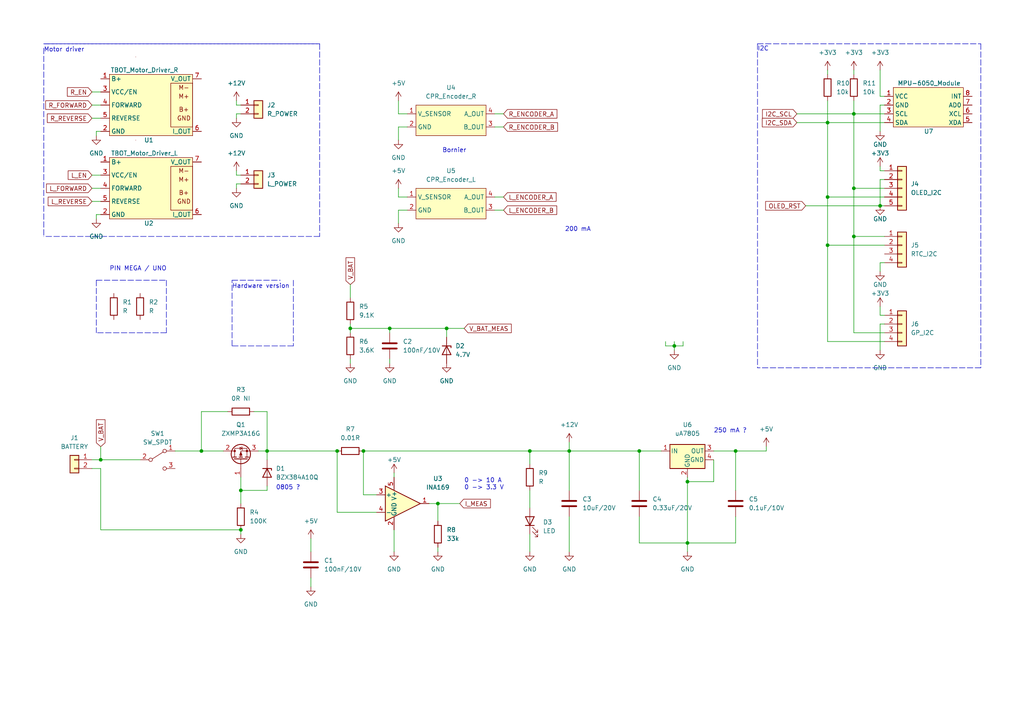
<source format=kicad_sch>
(kicad_sch (version 20211123) (generator eeschema)
  (paper "A4")
  (title_block (title "TBOT main module board") (date "2023-01-26") (rev "1.0") (company "T.JENNY, T.ATEBA"))
  (junction (at 127 146.05))
  (junction (at 199.39 139.7))
  (junction (at 255.27 59.69))
  (junction (at 153.67 130.81))
  (junction (at 97.79 130.81))
  (junction (at 185.42 130.81))
  (junction (at 101.6 95.25))
  (junction (at 240.03 35.56))
  (junction (at 195.58 100.33))
  (junction (at 240.03 57.15))
  (junction (at 77.47 130.81))
  (junction (at 105.41 130.81))
  (junction (at 165.1 130.81))
  (junction (at 358.14 121.92))
  (junction (at 58.42 130.81))
  (junction (at 213.36 130.81))
  (junction (at 113.03 95.25))
  (junction (at 129.54 95.25))
  (junction (at 247.65 33.02))
  (junction (at 29.21 133.35))
  (junction (at 358.14 124.46))
  (junction (at 247.65 54.61))
  (junction (at 69.85 153.67))
  (junction (at 199.39 157.48))
  (junction (at 358.14 119.38))
  (junction (at 358.14 127))
  (junction (at 247.65 68.58))
  (junction (at 240.03 71.12))
  (junction (at 69.85 142.24))
  (wire (pts (xy 26.67 135.89) (xy 29.21 135.89)))
  (wire (pts (xy 118.11 36.83) (xy 115.57 36.83)))
  (polyline (pts (xy 27.94 81.28) (xy 48.26 81.28)))
  (wire (pts (xy 255.27 93.98) (xy 255.27 101.6)))
  (wire (pts (xy 247.65 29.21) (xy 247.65 33.02)))
  (wire (pts (xy 69.85 153.67) (xy 69.85 154.94)))
  (wire (pts (xy 339.09 162.56) (xy 339.09 165.1)))
  (wire (pts (xy 165.1 149.86) (xy 165.1 160.02)))
  (wire (pts (xy 355.6 43.18) (xy 363.22 43.18)))
  (wire (pts (xy 114.3 137.16) (xy 114.3 138.43)))
  (wire (pts (xy 193.04 100.33) (xy 195.58 100.33)))
  (wire (pts (xy 207.01 130.81) (xy 213.36 130.81)))
  (polyline (pts (xy 27.94 81.28) (xy 27.94 96.52)))
  (wire (pts (xy 255.27 20.32) (xy 255.27 27.94)))
  (wire (pts (xy 90.17 167.64) (xy 90.17 170.18)))
  (wire (pts (xy 143.51 33.02) (xy 146.05 33.02)))
  (wire (pts (xy 153.67 142.24) (xy 153.67 147.32)))
  (wire (pts (xy 26.67 54.61) (xy 29.21 54.61)))
  (wire (pts (xy 256.54 71.12) (xy 240.03 71.12)))
  (wire (pts (xy 185.42 130.81) (xy 185.42 142.24)))
  (wire (pts (xy 129.54 95.25) (xy 113.03 95.25)))
  (polyline (pts (xy 284.48 12.7) (xy 284.48 106.68)))
  (polyline (pts (xy 48.26 96.52) (xy 27.94 96.52)))
  (wire (pts (xy 143.51 36.83) (xy 146.05 36.83)))
  (wire (pts (xy 195.58 100.33) (xy 195.58 101.6)))
  (wire (pts (xy 74.93 130.81) (xy 77.47 130.81)))
  (wire (pts (xy 27.94 38.1) (xy 27.94 39.37)))
  (wire (pts (xy 255.27 48.26) (xy 255.27 49.53)))
  (wire (pts (xy 97.79 148.59) (xy 109.22 148.59)))
  (wire (pts (xy 256.54 27.94) (xy 255.27 27.94)))
  (wire (pts (xy 66.04 119.38) (xy 58.42 119.38)))
  (wire (pts (xy 345.44 101.6) (xy 345.44 114.3)))
  (wire (pts (xy 115.57 57.15) (xy 118.11 57.15)))
  (polyline (pts (xy 85.09 81.28) (xy 85.09 100.33)))
  (wire (pts (xy 355.6 55.88) (xy 363.22 55.88)))
  (wire (pts (xy 231.14 33.02) (xy 247.65 33.02)))
  (wire (pts (xy 256.54 52.07) (xy 255.27 52.07)))
  (wire (pts (xy 240.03 71.12) (xy 240.03 99.06)))
  (wire (pts (xy 247.65 33.02) (xy 256.54 33.02)))
  (polyline (pts (xy 12.7 12.7) (xy 92.71 12.7)))
  (wire (pts (xy 153.67 130.81) (xy 165.1 130.81)))
  (wire (pts (xy 358.14 127) (xy 358.14 129.54)))
  (wire (pts (xy 233.68 59.69) (xy 255.27 59.69)))
  (wire (pts (xy 115.57 33.02) (xy 118.11 33.02)))
  (wire (pts (xy 358.14 124.46) (xy 358.14 127)))
  (wire (pts (xy 256.54 99.06) (xy 240.03 99.06)))
  (wire (pts (xy 114.3 153.67) (xy 114.3 160.02)))
  (wire (pts (xy 113.03 95.25) (xy 113.03 96.52)))
  (wire (pts (xy 199.39 157.48) (xy 199.39 160.02)))
  (wire (pts (xy 199.39 139.7) (xy 199.39 157.48)))
  (wire (pts (xy 240.03 29.21) (xy 240.03 35.56)))
  (wire (pts (xy 90.17 156.21) (xy 90.17 160.02)))
  (polyline (pts (xy 85.09 100.33) (xy 67.31 100.33)))
  (wire (pts (xy 256.54 96.52) (xy 247.65 96.52)))
  (wire (pts (xy 113.03 104.14) (xy 113.03 105.41)))
  (wire (pts (xy 26.67 30.48) (xy 29.21 30.48)))
  (wire (pts (xy 129.54 95.25) (xy 129.54 97.79)))
  (wire (pts (xy 68.58 30.48) (xy 69.85 30.48)))
  (wire (pts (xy 101.6 93.98) (xy 101.6 95.25)))
  (wire (pts (xy 363.22 116.84) (xy 358.14 116.84)))
  (wire (pts (xy 199.39 157.48) (xy 213.36 157.48)))
  (wire (pts (xy 68.58 49.53) (xy 68.58 50.8)))
  (wire (pts (xy 247.65 68.58) (xy 247.65 96.52)))
  (wire (pts (xy 240.03 35.56) (xy 256.54 35.56)))
  (wire (pts (xy 247.65 54.61) (xy 256.54 54.61)))
  (polyline (pts (xy 219.71 12.7) (xy 219.71 106.68)))
  (wire (pts (xy 316.23 30.48) (xy 320.04 30.48)))
  (wire (pts (xy 29.21 129.54) (xy 29.21 133.35)))
  (wire (pts (xy 240.03 57.15) (xy 256.54 57.15)))
  (wire (pts (xy 68.58 29.21) (xy 68.58 30.48)))
  (wire (pts (xy 330.2 15.24) (xy 332.74 15.24)))
  (wire (pts (xy 355.6 17.78) (xy 363.22 17.78)))
  (wire (pts (xy 118.11 60.96) (xy 115.57 60.96)))
  (wire (pts (xy 231.14 35.56) (xy 240.03 35.56)))
  (wire (pts (xy 105.41 143.51) (xy 109.22 143.51)))
  (polyline (pts (xy 12.7 13.97) (xy 12.7 68.58)))
  (wire (pts (xy 358.14 127) (xy 363.22 127)))
  (wire (pts (xy 27.94 62.23) (xy 27.94 63.5)))
  (wire (pts (xy 213.36 130.81) (xy 222.25 130.81)))
  (polyline (pts (xy 219.71 12.7) (xy 284.48 12.7)))
  (wire (pts (xy 199.39 139.7) (xy 207.01 139.7)))
  (wire (pts (xy 69.85 50.8) (xy 68.58 50.8)))
  (wire (pts (xy 185.42 157.48) (xy 199.39 157.48)))
  (wire (pts (xy 29.21 38.1) (xy 27.94 38.1)))
  (wire (pts (xy 69.85 142.24) (xy 77.47 142.24)))
  (wire (pts (xy 240.03 57.15) (xy 240.03 71.12)))
  (wire (pts (xy 356.87 162.56) (xy 356.87 165.1)))
  (wire (pts (xy 153.67 130.81) (xy 153.67 134.62)))
  (wire (pts (xy 222.25 129.54) (xy 222.25 130.81)))
  (wire (pts (xy 358.14 116.84) (xy 358.14 119.38)))
  (wire (pts (xy 26.67 26.67) (xy 29.21 26.67)))
  (wire (pts (xy 165.1 130.81) (xy 165.1 142.24)))
  (polyline (pts (xy 358.14 60.96) (xy 360.68 60.96)) (stroke (width 0) (type solid)))
  (wire (pts (xy 356.87 152.4) (xy 356.87 154.94)))
  (wire (pts (xy 198.12 99.06) (xy 198.12 100.33)))
  (wire (pts (xy 115.57 29.21) (xy 115.57 33.02)))
  (polyline (pts (xy 360.68 63.5) (xy 358.14 63.5)) (stroke (width 0) (type solid)))
  (wire (pts (xy 207.01 133.35) (xy 207.01 139.7)))
  (wire (pts (xy 240.03 20.32) (xy 240.03 21.59)))
  (wire (pts (xy 255.27 52.07) (xy 255.27 59.69)))
  (wire (pts (xy 127 158.75) (xy 127 160.02)))
  (wire (pts (xy 101.6 82.55) (xy 101.6 86.36)))
  (wire (pts (xy 358.14 124.46) (xy 363.22 124.46)))
  (wire (pts (xy 26.67 34.29) (xy 29.21 34.29)))
  (wire (pts (xy 69.85 33.02) (xy 68.58 33.02)))
  (wire (pts (xy 101.6 104.14) (xy 101.6 105.41)))
  (wire (pts (xy 115.57 60.96) (xy 115.57 64.77)))
  (wire (pts (xy 50.8 130.81) (xy 58.42 130.81)))
  (wire (pts (xy 29.21 62.23) (xy 27.94 62.23)))
  (wire (pts (xy 127 146.05) (xy 127 151.13)))
  (wire (pts (xy 105.41 130.81) (xy 153.67 130.81)))
  (wire (pts (xy 195.58 99.06) (xy 195.58 100.33)))
  (wire (pts (xy 213.36 149.86) (xy 213.36 157.48)))
  (wire (pts (xy 247.65 33.02) (xy 247.65 54.61)))
  (wire (pts (xy 69.85 53.34) (xy 68.58 53.34)))
  (wire (pts (xy 358.14 119.38) (xy 358.14 121.92)))
  (wire (pts (xy 358.14 121.92) (xy 358.14 124.46)))
  (wire (pts (xy 256.54 76.2) (xy 255.27 76.2)))
  (wire (pts (xy 199.39 138.43) (xy 199.39 139.7)))
  (wire (pts (xy 101.6 95.25) (xy 101.6 96.52)))
  (wire (pts (xy 73.66 119.38) (xy 77.47 119.38)))
  (polyline (pts (xy 284.48 106.68) (xy 219.71 106.68)))
  (wire (pts (xy 355.6 20.32) (xy 363.22 20.32)))
  (wire (pts (xy 355.6 53.34) (xy 363.22 53.34)))
  (wire (pts (xy 58.42 130.81) (xy 64.77 130.81)))
  (wire (pts (xy 115.57 54.61) (xy 115.57 57.15)))
  (wire (pts (xy 240.03 35.56) (xy 240.03 57.15)))
  (wire (pts (xy 256.54 93.98) (xy 255.27 93.98)))
  (wire (pts (xy 69.85 153.67) (xy 29.21 153.67)))
  (wire (pts (xy 351.79 114.3) (xy 345.44 114.3)))
  (wire (pts (xy 105.41 130.81) (xy 105.41 143.51)))
  (wire (pts (xy 185.42 149.86) (xy 185.42 157.48)))
  (wire (pts (xy 29.21 133.35) (xy 40.64 133.35)))
  (wire (pts (xy 68.58 33.02) (xy 68.58 34.29)))
  (wire (pts (xy 68.58 53.34) (xy 68.58 54.61)))
  (wire (pts (xy 127 146.05) (xy 133.35 146.05)))
  (polyline (pts (xy 13.97 12.7) (xy 92.71 12.7)))
  (polyline (pts (xy 67.31 81.28) (xy 81.28 81.28)))
  (wire (pts (xy 316.23 25.4) (xy 320.04 25.4)))
  (wire (pts (xy 77.47 119.38) (xy 77.47 130.81)))
  (wire (pts (xy 247.65 54.61) (xy 247.65 68.58)))
  (wire (pts (xy 255.27 76.2) (xy 255.27 78.74)))
  (wire (pts (xy 153.67 154.94) (xy 153.67 160.02)))
  (polyline (pts (xy 92.71 68.58) (xy 12.7 68.58)))
  (wire (pts (xy 165.1 128.27) (xy 165.1 130.81)))
  (wire (pts (xy 358.14 119.38) (xy 363.22 119.38)))
  (polyline (pts (xy 13.97 12.7) (xy 12.7 12.7)))
  (wire (pts (xy 359.41 114.3) (xy 363.22 114.3)))
  (polyline (pts (xy 67.31 100.33) (xy 67.31 81.28)))
  (wire (pts (xy 256.54 30.48) (xy 255.27 30.48)))
  (wire (pts (xy 143.51 57.15) (xy 146.05 57.15)))
  (wire (pts (xy 247.65 20.32) (xy 247.65 21.59)))
  (wire (pts (xy 101.6 95.25) (xy 113.03 95.25)))
  (wire (pts (xy 316.23 17.78) (xy 320.04 17.78)))
  (wire (pts (xy 358.14 101.6) (xy 358.14 104.14)))
  (wire (pts (xy 256.54 91.44) (xy 255.27 91.44)))
  (wire (pts (xy 316.23 12.7) (xy 320.04 12.7)))
  (wire (pts (xy 363.22 106.68) (xy 351.79 106.68)))
  (wire (pts (xy 129.54 95.25) (xy 134.62 95.25)))
  (wire (pts (xy 355.6 58.42) (xy 363.22 58.42)))
  (wire (pts (xy 29.21 135.89) (xy 29.21 153.67)))
  (wire (pts (xy 58.42 119.38) (xy 58.42 130.81)))
  (wire (pts (xy 339.09 152.4) (xy 339.09 154.94)))
  (wire (pts (xy 124.46 146.05) (xy 127 146.05)))
  (wire (pts (xy 77.47 130.81) (xy 77.47 133.35)))
  (polyline (pts (xy 92.71 12.7) (xy 92.71 68.58)))
  (wire (pts (xy 255.27 59.69) (xy 256.54 59.69)))
  (wire (pts (xy 358.14 121.92) (xy 363.22 121.92)))
  (wire (pts (xy 256.54 68.58) (xy 247.65 68.58)))
  (wire (pts (xy 351.79 101.6) (xy 351.79 106.68)))
  (wire (pts (xy 213.36 130.81) (xy 213.36 142.24)))
  (wire (pts (xy 69.85 142.24) (xy 69.85 138.43)))
  (wire (pts (xy 69.85 142.24) (xy 69.85 146.05)))
  (polyline (pts (xy 358.14 63.5) (xy 358.14 60.96)) (stroke (width 0) (type solid)))
  (polyline (pts (xy 48.26 81.28) (xy 48.26 96.52)))
  (wire (pts (xy 195.58 100.33) (xy 198.12 100.33)))
  (wire (pts (xy 26.67 58.42) (xy 29.21 58.42)))
  (wire (pts (xy 26.67 133.35) (xy 29.21 133.35)))
  (wire (pts (xy 115.57 36.83) (xy 115.57 40.64)))
  (wire (pts (xy 355.6 45.72) (xy 363.22 45.72)))
  (wire (pts (xy 330.2 27.94) (xy 332.74 27.94)))
  (wire (pts (xy 26.67 50.8) (xy 29.21 50.8)))
  (wire (pts (xy 255.27 30.48) (xy 255.27 38.1)))
  (wire (pts (xy 97.79 130.81) (xy 97.79 148.59)))
  (wire (pts (xy 185.42 130.81) (xy 191.77 130.81)))
  (wire (pts (xy 256.54 49.53) (xy 255.27 49.53)))
  (wire (pts (xy 255.27 88.9) (xy 255.27 91.44)))
  (wire (pts (xy 193.04 99.06) (xy 193.04 100.33)))
  (wire (pts (xy 143.51 60.96) (xy 146.05 60.96)))
  (wire (pts (xy 165.1 130.81) (xy 185.42 130.81)))
  (wire (pts (xy 363.22 104.14) (xy 358.14 104.14)))
  (wire (pts (xy 77.47 140.97) (xy 77.47 142.24)))
  (wire (pts (xy 77.47 130.81) (xy 97.79 130.81)))
  (text "250 mA ?" (at 207.01 125.73 0) (effects (font (size 1.27 1.27)) (justify left bottom)))
  (text "Hardware version" (at 67.31 83.82 0) (effects (font (size 1.27 1.27)) (justify left bottom)))
  (text "Bornier\n" (at 128.27 44.45 0) (effects (font (size 1.27 1.27)) (justify left bottom)))
  (text "0 -> 10 A\n0 -> 3.3 V" (at 134.62 142.24 0) (effects (font (size 1.27 1.27)) (justify left bottom)))
  (text "I2C" (at 354.33 63.5 0) (effects (font (size 1.27 1.27)) (justify left bottom)))
  (text "0805 ?" (at 80.01 142.24 0) (effects (font (size 1.27 1.27)) (justify left bottom)))
  (text "PIN MEGA / UNO\n" (at 31.75 78.74 0) (effects (font (size 1.27 1.27)) (justify left bottom)))
  (text "I2C\n\n\n" (at 219.71 19.05 0) (effects (font (size 1.27 1.27)) (justify left bottom)))
  (text "Add Bluetooth with switch for USB\n" (at 307.34 3.81 0) (effects (font (size 1.27 1.27)) (justify left bottom)))
  (text "Motor driver" (at 12.7 15.24 0) (effects (font (size 1.27 1.27)) (justify left bottom)))
  (text "200 mA" (at 163.83 67.31 0) (effects (font (size 1.27 1.27)) (justify left bottom)))
  (global_label "L_EN" (shape input) (at 26.67 50.8 180) (property "Intersheet References" "${INTERSHEET_REFS}" (effects hide)))
  (global_label "V_BAT_MEAS" (shape input) (at 355.6 53.34 180) (property "Intersheet References" "${INTERSHEET_REFS}" (effects hide)))
  (global_label "R_REVERSE" (shape input) (at 26.67 34.29 180) (property "Intersheet References" "${INTERSHEET_REFS}" (effects hide)))
  (global_label "L_ENCODER_A" (shape input) (at 146.05 57.15 0) (property "Intersheet References" "${INTERSHEET_REFS}" (effects hide)))
  (global_label "USB_RX" (shape input) (at 316.23 12.7 180) (property "Intersheet References" "${INTERSHEET_REFS}" (effects hide)))
  (global_label "I_MEAS" (shape input) (at 133.35 146.05 0) (property "Intersheet References" "${INTERSHEET_REFS}" (effects hide)))
  (global_label "RX" (shape input) (at 332.74 15.24 0) (property "Intersheet References" "${INTERSHEET_REFS}" (effects hide)))
  (global_label "L_ENCODER_B" (shape input) (at 146.05 60.96 0) (property "Intersheet References" "${INTERSHEET_REFS}" (effects hide)))
  (global_label "V_BAT" (shape input) (at 29.21 129.54 90) (property "Intersheet References" "${INTERSHEET_REFS}" (effects hide)))
  (global_label "I2C_SDA" (shape input) (at 231.14 35.56 180) (property "Intersheet References" "${INTERSHEET_REFS}" (effects hide)))
  (global_label "V_BAT_MEAS" (shape input) (at 134.62 95.25 0) (property "Intersheet References" "${INTERSHEET_REFS}" (effects hide)))
  (global_label "TX" (shape input) (at 332.74 27.94 0) (property "Intersheet References" "${INTERSHEET_REFS}" (effects hide)))
  (global_label "L_FORWARD" (shape input) (at 26.67 54.61 180) (property "Intersheet References" "${INTERSHEET_REFS}" (effects hide)))
  (global_label "L_REVERSE" (shape input) (at 26.67 58.42 180) (property "Intersheet References" "${INTERSHEET_REFS}" (effects hide)))
  (global_label "HW_VERSION" (shape input) (at 355.6 58.42 180) (property "Intersheet References" "${INTERSHEET_REFS}" (effects hide)))
  (global_label "R_ENCODER_A" (shape input) (at 146.05 33.02 0) (property "Intersheet References" "${INTERSHEET_REFS}" (effects hide)))
  (global_label "R_FORWARD" (shape input) (at 26.67 30.48 180) (property "Intersheet References" "${INTERSHEET_REFS}" (effects hide)))
  (global_label "BLE_RX" (shape input) (at 316.23 17.78 180) (property "Intersheet References" "${INTERSHEET_REFS}" (effects hide)))
  (global_label "TX" (shape input) (at 355.6 20.32 180) (property "Intersheet References" "${INTERSHEET_REFS}" (effects hide)))
  (global_label "OLED_RST" (shape input) (at 233.68 59.69 180) (property "Intersheet References" "${INTERSHEET_REFS}" (effects hide)))
  (global_label "I2C_SCL" (shape input) (at 231.14 33.02 180) (property "Intersheet References" "${INTERSHEET_REFS}" (effects hide)))
  (global_label "USB_TX" (shape input) (at 316.23 30.48 180) (property "Intersheet References" "${INTERSHEET_REFS}" (effects hide)))
  (global_label "I2C_SDA" (shape input) (at 355.6 43.18 180) (property "Intersheet References" "${INTERSHEET_REFS}" (effects hide)))
  (global_label "R_ENCODER_B" (shape input) (at 146.05 36.83 0) (property "Intersheet References" "${INTERSHEET_REFS}" (effects hide)))
  (global_label "BLE_TX" (shape input) (at 316.23 25.4 180) (property "Intersheet References" "${INTERSHEET_REFS}" (effects hide)))
  (global_label "RX" (shape input) (at 355.6 17.78 180) (property "Intersheet References" "${INTERSHEET_REFS}" (effects hide)))
  (global_label "I2C_SCL" (shape input) (at 355.6 45.72 180) (property "Intersheet References" "${INTERSHEET_REFS}" (effects hide)))
  (global_label "I_MEAS" (shape input) (at 355.6 55.88 180) (property "Intersheet References" "${INTERSHEET_REFS}" (effects hide)))
  (global_label "R_EN" (shape input) (at 26.67 26.67 180) (property "Intersheet References" "${INTERSHEET_REFS}" (effects hide)))
  (global_label "V_BAT" (shape input) (at 101.6 82.55 90) (property "Intersheet References" "${INTERSHEET_REFS}" (effects hide)))
  (symbol (lib_id "power:+5V") (at 222.25 129.54 0) (unit 1)
    (property "Reference" "#PWR025" (effects hide))
    (property "Value" "+5V" (at 222.25 124.46 0))
  )
  (symbol (lib_id "power:GND") (at 255.27 59.69 0) (unit 1)
    (property "Reference" "#PWR031" (effects hide))
    (property "Value" "GND" (at 255.27 63.5 0))
  )
  (symbol (lib_id "power:+5V") (at 114.3 137.16 0) (unit 1)
    (property "Reference" "#PWR012" (effects hide))
    (property "Value" "+5V" (at 114.3 133.35 0))
  )
  (symbol (lib_id "Device:C") (at 339.09 158.75 0) (unit 1)
    (property "Reference" "C6" (at 342.9 157.4799 0) (effects (justify left)))
    (property "Value" "100nF/20V" (at 342.9 160.0199 0) (effects (justify left)))
    (property "Footprint" "Capacitor_SMD:C_0805_2012Metric" (effects hide))
  )
  (symbol (lib_id "power:+3.3V") (at 255.27 20.32 0) (unit 1)
    (property "Reference" "#PWR028" (effects hide))
    (property "Value" "+3.3V" (at 255.27 15.24 0))
  )
  (symbol (lib_id "Device:R") (at 40.64 88.9 0) (unit 1)
    (property "Reference" "R2" (at 43.18 87.6299 0) (effects (justify left)))
    (property "Value" "R" (at 43.18 90.1699 0) (effects (justify left)))
    (property "Footprint" "Resistor_SMD:R_0805_2012Metric" (effects hide))
  )
  (symbol (lib_id "Device:C") (at 213.36 146.05 0) (unit 1)
    (property "Reference" "C5" (at 217.17 144.7799 0) (effects (justify left)))
    (property "Value" "0.1uF/10V" (at 217.17 147.3199 0) (effects (justify left)))
    (property "Footprint" "Capacitor_SMD:C_0805_2012Metric" (effects hide))
  )
  (symbol (lib_id "power:GND") (at 69.85 154.94 0) (unit 1)
    (property "Reference" "#PWR07" (effects hide))
    (property "Value" "GND" (at 69.85 160.02 0))
  )
  (symbol (lib_id "Amplifier_Current:INA169") (at 116.84 146.05 0) (unit 1)
    (property "Reference" "U3" (at 127 138.811 0))
    (property "Value" "INA169" (at 127 141.351 0))
    (property "Footprint" "Package_TO_SOT_SMD:SOT-23-5" (effects hide))
    (property "Datasheet" "http://www.ti.com/lit/ds/symlink/ina169.pdf" (effects hide))
  )
  (symbol (lib_id "Connector_Generic:Conn_01x05") (at 261.62 54.61 0) (unit 1)
    (property "Reference" "J4" (at 264.16 53.3399 0) (effects (justify left)))
    (property "Value" "OLED_I2C" (at 264.16 55.8799 0) (effects (justify left)))
    (property "Footprint" "Connector_PinSocket_2.54mm:PinSocket_1x05_P2.54mm_Vertical" (effects hide))
  )
  (symbol (lib_id "power:+3.3V") (at 255.27 48.26 0) (unit 1)
    (property "Reference" "#PWR030" (effects hide))
    (property "Value" "+3.3V" (at 255.27 44.45 0))
  )
  (symbol (lib_id "Connector_Generic:Conn_01x02") (at 21.59 133.35 0) (mirror y) (unit 1)
    (property "Reference" "J1" (at 21.59 127 0))
    (property "Value" "BATTERY" (at 21.59 129.54 0))
    (property "Footprint" "TerminalBlock:TerminalBlock_bornier-2_P5.08mm" (effects hide))
  )
  (symbol (lib_id "power:+3.3V") (at 255.27 88.9 0) (unit 1)
    (property "Reference" "#PWR033" (effects hide))
    (property "Value" "+3.3V" (at 255.27 85.09 0))
  )
  (symbol (lib_id "power:GND") (at 68.58 34.29 0) (unit 1)
    (property "Reference" "#PWR04" (effects hide))
    (property "Value" "GND" (at 68.58 39.37 0))
  )
  (symbol (lib_id "Switch:SW_DPDT_x2") (at 325.12 15.24 0) (mirror y) (unit 1)
    (property "Reference" "SW2" (at 325.12 7.62 0))
    (property "Value" "SW_DPDT_x2" (at 325.12 10.16 0))
  )
  (symbol (lib_id "Device:R") (at 101.6 100.33 0) (unit 1)
    (property "Reference" "R6" (at 104.14 99.0599 0) (effects (justify left)))
    (property "Value" "3.6K" (at 104.14 101.5999 0) (effects (justify left)))
    (property "Footprint" "Resistor_SMD:R_0805_2012Metric" (effects hide))
  )
  (symbol (lib_id "Device:R") (at 247.65 25.4 0) (unit 1)
    (property "Reference" "R11" (at 250.19 24.1299 0) (effects (justify left)))
    (property "Value" "10k" (at 250.19 26.6699 0) (effects (justify left)))
    (property "Footprint" "Resistor_SMD:R_0805_2012Metric" (effects hide))
  )
  (symbol (lib_id "Device:LED") (at 153.67 151.13 90) (unit 1)
    (property "Reference" "D3" (at 157.48 151.4474 90) (effects (justify right)))
    (property "Value" "LED" (at 157.48 153.9874 90) (effects (justify right)))
    (property "Footprint" "LED_SMD:LED_0805_2012Metric" (effects hide))
  )
  (symbol (lib_id "power:+5V") (at 356.87 152.4 0) (unit 1)
    (property "Reference" "#PWR039" (effects hide))
    (property "Value" "+5V" (at 356.87 147.32 0))
  )
  (symbol (lib_id "power:GND") (at 115.57 64.77 0) (unit 1)
    (property "Reference" "#PWR017" (effects hide))
    (property "Value" "GND" (at 115.57 69.85 0))
  )
  (symbol (lib_id "power:+12V") (at 339.09 152.4 0) (unit 1)
    (property "Reference" "#PWR035" (effects hide))
    (property "Value" "+12V" (at 339.09 147.32 0))
  )
  (symbol (lib_id "Arduino:Arduino_Mega2560_Shield") (at 396.24 72.39 0) (unit 1)
    (property "Reference" "XA1" (at 396.24 133.35 0) (effects (font (size 1.524 1.524))))
    (property "Value" "Arduino_Mega2560_Shield" (at 396.24 137.16 0) (effects (font (size 1.524 1.524))))
    (property "Footprint" "Arduino_Library:Arduino_Mega2560_Shield" (effects hide))
    (property "Datasheet" "https://docs.arduino.cc/hardware/mega-2560" (effects hide))
  )
  (symbol (lib_id "power:GND") (at 27.94 63.5 0) (unit 1)
    (property "Reference" "#PWR02" (effects hide))
    (property "Value" "GND" (at 27.94 68.58 0))
  )
  (symbol (lib_id "Device:C") (at 185.42 146.05 0) (unit 1)
    (property "Reference" "C4" (at 189.23 144.7799 0) (effects (justify left)))
    (property "Value" "0.33uF/20V" (at 189.23 147.3199 0) (effects (justify left)))
    (property "Footprint" "Capacitor_SMD:C_0805_2012Metric" (effects hide))
  )
  (symbol (lib_id "Arduino:Arduino_Uno_Shield") (at 490.22 44.45 0) (unit 1)
    (property "Reference" "XA2" (at 490.22 8.89 0) (effects (font (size 1.524 1.524))))
    (property "Value" "Arduino_Uno_Shield" (at 490.22 12.7 0) (effects (font (size 1.524 1.524))))
    (property "Footprint" "Arduino_Library:Arduino_Uno_Shield" (effects hide))
    (property "Datasheet" "https://docs.arduino.cc/hardware/uno-rev3" (effects hide))
  )
  (symbol (lib_id "power:GND") (at 68.58 54.61 0) (unit 1)
    (property "Reference" "#PWR06" (effects hide))
    (property "Value" "GND" (at 68.58 59.69 0))
  )
  (symbol (lib_id "Connector_Generic:Conn_01x02") (at 74.93 50.8 0) (unit 1)
    (property "Reference" "J3" (at 77.47 50.7999 0) (effects (justify left)))
    (property "Value" "L_POWER" (at 77.47 53.3399 0) (effects (justify left)))
    (property "Footprint" "TerminalBlock:TerminalBlock_bornier-2_P5.08mm" (effects hide))
  )
  (symbol (lib_id "Device:CPR_Encoder") (at 130.81 50.8 0) (unit 1)
    (property "Reference" "U5" (at 130.81 49.53 0))
    (property "Value" "CPR_Encoder_L" (at 130.81 52.07 0))
    (property "Footprint" "TerminalBlock:TerminalBlock_bornier-4_P5.08mm" (effects hide))
  )
  (symbol (lib_id "Device:CPR_Encoder") (at 130.81 26.67 0) (unit 1)
    (property "Reference" "U4" (at 130.81 25.4 0))
    (property "Value" "CPR_Encoder_R" (at 130.81 27.94 0))
    (property "Footprint" "TerminalBlock:TerminalBlock_bornier-4_P5.08mm" (effects hide))
  )
  (symbol (lib_id "power:GND") (at 101.6 105.41 0) (unit 1)
    (property "Reference" "#PWR010" (effects hide))
    (property "Value" "GND" (at 101.6 110.49 0))
  )
  (symbol (lib_id "Device:D_Zener") (at 129.54 101.6 270) (unit 1)
    (property "Reference" "D2" (at 132.08 100.3299 90) (effects (justify left)))
    (property "Value" "4.7V" (at 132.08 102.8699 90) (effects (justify left)))
    (property "Footprint" "Diode_SMD:D_0805_2012Metric" (effects hide))
  )
  (symbol (lib_id "power:+5V") (at 115.57 54.61 0) (unit 1)
    (property "Reference" "#PWR016" (effects hide))
    (property "Value" "+5V" (at 115.57 49.53 0))
  )
  (symbol (lib_id "Device:C") (at 90.17 163.83 0) (unit 1)
    (property "Reference" "C1" (at 93.98 162.5599 0) (effects (justify left)))
    (property "Value" "100nF/10V" (at 93.98 165.0999 0) (effects (justify left)))
    (property "Footprint" "Capacitor_SMD:C_0805_2012Metric" (effects hide))
  )
  (symbol (lib_id "power:GND") (at 90.17 170.18 0) (unit 1)
    (property "Reference" "#PWR09" (effects hide))
    (property "Value" "GND" (at 90.17 175.26 0))
  )
  (symbol (lib_id "Transistor_FET:ZXMP3A16G") (at 69.85 133.35 90) (unit 1)
    (property "Reference" "Q1" (at 69.85 123.19 90))
    (property "Value" "ZXMP3A16G" (at 69.85 125.73 90))
    (property "Footprint" "Package_TO_SOT_SMD:SOT-223-3_TabPin2" (effects hide))
    (property "Datasheet" "https://www.diodes.com/assets/Datasheets/ZXMP3A16G.pdf" (effects hide))
  )
  (symbol (lib_id "power:GND") (at 165.1 160.02 0) (unit 1)
    (property "Reference" "#PWR022" (effects hide))
    (property "Value" "GND" (at 165.1 165.1 0))
  )
  (symbol (lib_id "Regulator_Linear:uA7805") (at 199.39 130.81 0) (unit 1)
    (property "Reference" "U6" (at 199.39 123.19 0))
    (property "Value" "uA7805" (at 199.39 125.73 0))
    (property "Footprint" "Package_TO_SOT_SMD:SOT-223" (effects hide))
    (property "Datasheet" "http://www.ti.com/lit/ds/symlink/ua78.pdf" (effects hide))
  )
  (symbol (lib_id "power:GND") (at 27.94 39.37 0) (unit 1)
    (property "Reference" "#PWR01" (effects hide))
    (property "Value" "GND" (at 27.94 44.45 0))
  )
  (symbol (lib_id "Device:R") (at 355.6 114.3 90) (unit 1)
    (property "Reference" "R12" (at 355.6 107.95 90))
    (property "Value" "0R NI" (at 355.6 110.49 90))
    (property "Footprint" "Resistor_SMD:R_0805_2012Metric" (effects hide))
  )
  (symbol (lib_id "power:GND") (at 356.87 165.1 0) (unit 1)
    (property "Reference" "#PWR040" (effects hide))
    (property "Value" "GND" (at 356.87 170.18 0))
  )
  (symbol (lib_id "power:GND") (at 114.3 160.02 0) (unit 1)
    (property "Reference" "#PWR013" (effects hide))
    (property "Value" "GND" (at 114.3 165.1 0))
  )
  (symbol (lib_id "power:+12V") (at 345.44 101.6 0) (unit 1)
    (property "Reference" "#PWR037" (effects hide))
    (property "Value" "+12V" (at 345.44 96.52 0))
  )
  (symbol (lib_id "power:+12V") (at 68.58 49.53 0) (unit 1)
    (property "Reference" "#PWR05" (effects hide))
    (property "Value" "+12V" (at 68.58 44.45 0))
  )
  (symbol (lib_id "power:GND") (at 127 160.02 0) (unit 1)
    (property "Reference" "#PWR018" (effects hide))
    (property "Value" "GND" (at 127 165.1 0))
  )
  (symbol (lib_id "Device:R") (at 240.03 25.4 0) (unit 1)
    (property "Reference" "R10" (at 242.57 24.1299 0) (effects (justify left)))
    (property "Value" "10k" (at 242.57 26.6699 0) (effects (justify left)))
    (property "Footprint" "Resistor_SMD:R_0805_2012Metric" (effects hide))
  )
  (symbol (lib_id "Connector_Generic:Conn_01x04") (at 261.62 71.12 0) (unit 1)
    (property "Reference" "J5" (at 264.16 71.1199 0) (effects (justify left)))
    (property "Value" "RTC_I2C" (at 264.16 73.6599 0) (effects (justify left)))
    (property "Footprint" "Connector_PinSocket_2.54mm:PinSocket_1x04_P2.54mm_Vertical" (effects hide))
  )
  (symbol (lib_id "power:GND") (at 255.27 101.6 0) (unit 1)
    (property "Reference" "#PWR034" (effects hide))
    (property "Value" "GND" (at 255.27 106.68 0))
  )
  (symbol (lib_id "Device:C") (at 356.87 158.75 0) (unit 1)
    (property "Reference" "C7" (at 360.68 157.4799 0) (effects (justify left)))
    (property "Value" "100nF/10V" (at 360.68 160.0199 0) (effects (justify left)))
    (property "Footprint" "Capacitor_SMD:C_0805_2012Metric" (effects hide))
  )
  (symbol (lib_id "power:GND") (at 115.57 40.64 0) (unit 1)
    (property "Reference" "#PWR015" (effects hide))
    (property "Value" "GND" (at 115.57 45.72 0))
  )
  (symbol (lib_id "power:GND") (at 358.14 129.54 0) (unit 1)
    (property "Reference" "#PWR042" (effects hide))
    (property "Value" "GND" (at 358.14 134.62 0))
  )
  (symbol (lib_id "power:+12V") (at 165.1 128.27 0) (unit 1)
    (property "Reference" "#PWR021" (effects hide))
    (property "Value" "+12V" (at 165.1 123.19 0))
  )
  (symbol (lib_id "power:+3.3V") (at 247.65 20.32 0) (unit 1)
    (property "Reference" "#PWR027" (effects hide))
    (property "Value" "+3.3V" (at 247.65 15.24 0))
  )
  (symbol (lib_name "TBOT_Motor_Driver_1") (lib_id "Driver_Motor:TBOT_Motor_Driver") (at 39.37 16.51 0) (unit 1)
    (property "Reference" "U1" (at 43.18 40.64 0))
    (property "Value" "TBOT_Motor_Driver_R" (at 41.91 20.32 0))
    (property "Footprint" "Connector_PinHeader_2.54mm:PinHeader_1x07_P2.54mm_Vertical" (effects hide))
  )
  (symbol (lib_id "Diode:BZX384A10Q") (at 77.47 137.16 270) (unit 1)
    (property "Reference" "D1" (at 80.01 135.8899 90) (effects (justify left)))
    (property "Value" "BZX384A10Q" (at 80.01 138.4299 90) (effects (justify left)))
    (property "Footprint" "Diode_SMD:D_SOD-323" (effects hide))
    (property "Datasheet" "https://www.mouser.fr/datasheet/2/916/BZX384_Q_SER-2721638.pdf" (effects hide))
  )
  (symbol (lib_id "Connector_Generic:Conn_01x02") (at 74.93 30.48 0) (unit 1)
    (property "Reference" "J2" (at 77.47 30.4799 0) (effects (justify left)))
    (property "Value" "R_POWER" (at 77.47 33.0199 0) (effects (justify left)))
    (property "Footprint" "TerminalBlock:TerminalBlock_bornier-2_P5.08mm" (effects hide))
  )
  (symbol (lib_id "Device:C") (at 113.03 100.33 0) (unit 1)
    (property "Reference" "C2" (at 116.84 99.0599 0) (effects (justify left)))
    (property "Value" "100nF/10V" (at 116.84 101.5999 0) (effects (justify left)))
    (property "Footprint" "Capacitor_SMD:C_0805_2012Metric" (effects hide))
  )
  (symbol (lib_id "Sensor_Motion:MPU-6050_Module") (at 269.24 30.48 0) (unit 1)
    (property "Reference" "U7" (at 267.97 38.1 0) (effects (justify left)))
    (property "Value" "MPU-6050_Module" (at 260.35 24.13 0) (effects (justify left)))
    (property "Footprint" "Connector_PinSocket_2.54mm:PinSocket_1x08_P2.54mm_Vertical" (effects hide))
  )
  (symbol (lib_id "Driver_Motor:TBOT_Motor_Driver") (at 39.37 40.64 0) (unit 1)
    (property "Reference" "U2" (at 43.18 64.77 0))
    (property "Value" "TBOT_Motor_Driver_L" (at 41.91 44.45 0))
    (property "Footprint" "Connector_PinHeader_2.54mm:PinHeader_1x07_P2.54mm_Vertical" (effects hide))
  )
  (symbol (lib_id "power:+5V") (at 115.57 29.21 0) (unit 1)
    (property "Reference" "#PWR014" (effects hide))
    (property "Value" "+5V" (at 115.57 24.13 0))
  )
  (symbol (lib_id "Switch:SW_SPDT") (at 45.72 133.35 0) (unit 1)
    (property "Reference" "SW1" (at 45.72 125.73 0))
    (property "Value" "SW_SPDT" (at 45.72 128.27 0))
  )
  (symbol (lib_id "Device:C") (at 165.1 146.05 0) (unit 1)
    (property "Reference" "C3" (at 168.91 144.7799 0) (effects (justify left)))
    (property "Value" "10uF/20V" (at 168.91 147.3199 0) (effects (justify left)))
    (property "Footprint" "Capacitor_SMD:C_0805_2012Metric" (effects hide))
  )
  (symbol (lib_id "power:+3.3V") (at 358.14 101.6 0) (unit 1)
    (property "Reference" "#PWR041" (effects hide))
    (property "Value" "+3.3V" (at 358.14 96.52 0))
  )
  (symbol (lib_id "power:+3.3V") (at 240.03 20.32 0) (unit 1)
    (property "Reference" "#PWR026" (effects hide))
    (property "Value" "+3.3V" (at 240.03 15.24 0))
  )
  (symbol (lib_id "Device:R") (at 33.02 88.9 0) (unit 1)
    (property "Reference" "R1" (at 35.56 87.6299 0) (effects (justify left)))
    (property "Value" "R" (at 35.56 90.1699 0) (effects (justify left)))
    (property "Footprint" "Resistor_SMD:R_0805_2012Metric" (effects hide))
  )
  (symbol (lib_id "power:+5V") (at 351.79 101.6 0) (unit 1)
    (property "Reference" "#PWR038" (effects hide))
    (property "Value" "+5V" (at 351.79 96.52 0))
  )
  (symbol (lib_id "Device:R") (at 69.85 119.38 90) (unit 1)
    (property "Reference" "R3" (at 69.85 113.03 90))
    (property "Value" "0R NI" (at 69.85 115.57 90))
    (property "Footprint" "Resistor_SMD:R_0805_2012Metric" (effects hide))
  )
  (symbol (lib_id "Device:R") (at 69.85 149.86 0) (unit 1)
    (property "Reference" "R4" (at 72.39 148.5899 0) (effects (justify left)))
    (property "Value" "100K" (at 72.39 151.1299 0) (effects (justify left)))
    (property "Footprint" "Resistor_SMD:R_0805_2012Metric" (effects hide))
  )
  (symbol (lib_id "power:GND") (at 255.27 38.1 0) (unit 1)
    (property "Reference" "#PWR029" (effects hide))
    (property "Value" "GND" (at 255.27 41.91 0))
  )
  (symbol (lib_id "Device:Buzzer") (at 314.96 119.38 0) (unit 1)
    (property "Reference" "BZ1" (at 318.77 118.1099 0) (effects (justify left)))
    (property "Value" "Buzzer" (at 318.77 120.6499 0) (effects (justify left)))
    (property "Footprint" "Buzzer_Beeper:Buzzer_12x9.5RM7.6" (effects hide))
  )
  (symbol (lib_id "power:GND") (at 339.09 165.1 0) (unit 1)
    (property "Reference" "#PWR036" (effects hide))
    (property "Value" "GND" (at 339.09 170.18 0))
  )
  (symbol (lib_id "Switch:SW_DPDT_x2") (at 325.12 27.94 0) (mirror y) (unit 2)
    (property "Reference" "SW2" (at 325.12 20.32 0))
    (property "Value" "SW_DPDT_x2" (at 325.12 22.86 0))
  )
  (symbol (lib_id "Device:R") (at 153.67 138.43 0) (unit 1)
    (property "Reference" "R9" (at 156.21 137.1599 0) (effects (justify left)))
    (property "Value" "R" (at 156.21 139.6999 0) (effects (justify left)))
    (property "Footprint" "Resistor_SMD:R_0805_2012Metric" (effects hide))
  )
  (symbol (lib_id "Device:R") (at 127 154.94 0) (unit 1)
    (property "Reference" "R8" (at 129.54 153.6699 0) (effects (justify left)))
    (property "Value" "33k" (at 129.54 156.2099 0) (effects (justify left)))
    (property "Footprint" "Resistor_SMD:R_0805_2012Metric" (effects hide))
  )
  (symbol (lib_id "power:GND") (at 255.27 78.74 0) (unit 1)
    (property "Reference" "#PWR032" (effects hide))
    (property "Value" "GND" (at 255.27 82.55 0))
  )
  (symbol (lib_id "power:+5V") (at 90.17 156.21 0) (unit 1)
    (property "Reference" "#PWR08" (effects hide))
    (property "Value" "+5V" (at 90.17 151.13 0))
  )
  (symbol (lib_id "power:GND") (at 153.67 160.02 0) (unit 1)
    (property "Reference" "#PWR020" (effects hide))
    (property "Value" "GND" (at 153.67 165.1 0))
  )
  (symbol (lib_id "power:GND") (at 113.03 105.41 0) (unit 1)
    (property "Reference" "#PWR011" (effects hide))
    (property "Value" "GND" (at 113.03 110.49 0))
  )
  (symbol (lib_id "power:GND") (at 129.54 105.41 0) (unit 1)
    (property "Reference" "#PWR019" (effects hide))
    (property "Value" "GND" (at 129.54 110.49 0))
  )
  (symbol (lib_id "power:GND") (at 199.39 160.02 0) (unit 1)
    (property "Reference" "#PWR024" (effects hide))
    (property "Value" "GND" (at 199.39 165.1 0))
  )
  (symbol (lib_id "power:+12V") (at 68.58 29.21 0) (unit 1)
    (property "Reference" "#PWR03" (effects hide))
    (property "Value" "+12V" (at 68.58 24.13 0))
  )
  (symbol (lib_id "Device:R") (at 101.6 90.17 0) (unit 1)
    (property "Reference" "R5" (at 104.14 88.8999 0) (effects (justify left)))
    (property "Value" "9.1K" (at 104.14 91.4399 0) (effects (justify left)))
    (property "Footprint" "Resistor_SMD:R_0805_2012Metric" (effects hide))
  )
  (symbol (lib_id "Device:R") (at 101.6 130.81 90) (unit 1)
    (property "Reference" "R7" (at 101.6 124.46 90))
    (property "Value" "0.01R" (at 101.6 127 90))
    (property "Footprint" "Resistor_SMD:R_0805_2012Metric" (effects hide))
  )
  (symbol (lib_id "Connector_Generic:Conn_01x04") (at 261.62 93.98 0) (unit 1)
    (property "Reference" "J6" (at 264.16 93.9799 0) (effects (justify left)))
    (property "Value" "GP_I2C" (at 264.16 96.5199 0) (effects (justify left)))
    (property "Footprint" "Connector_PinSocket_2.54mm:PinSocket_1x04_P2.54mm_Vertical" (effects hide))
  )
  (symbol (lib_id "power:GND") (at 195.58 101.6 0) (unit 1)
    (property "Reference" "#PWR023" (effects hide))
    (property "Value" "GND" (at 195.58 106.68 0))
  )
)
</source>
